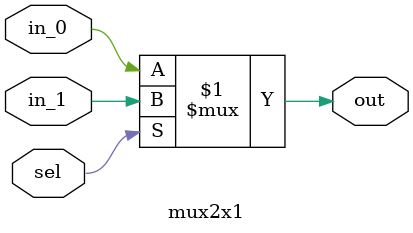
<source format=v>
`timescale 1ns / 1ps

module mux2x1 (
    input in_0,
    input in_1,
    input sel,
    output wire out
);
    assign out = (sel) ? in_1 : in_0;
endmodule 

</source>
